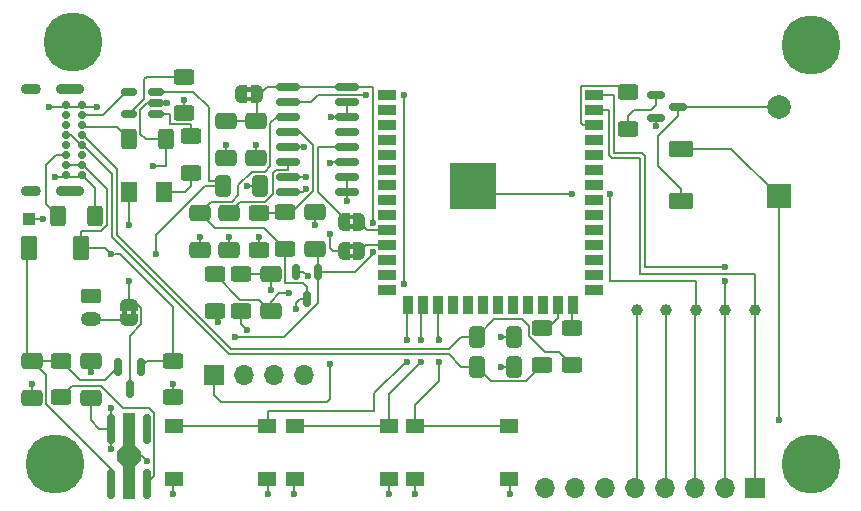
<source format=gtl>
%TF.GenerationSoftware,KiCad,Pcbnew,8.0.5*%
%TF.CreationDate,2024-12-20T12:43:02-05:00*%
%TF.ProjectId,coffee-scale,636f6666-6565-42d7-9363-616c652e6b69,rev?*%
%TF.SameCoordinates,Original*%
%TF.FileFunction,Copper,L1,Top*%
%TF.FilePolarity,Positive*%
%FSLAX46Y46*%
G04 Gerber Fmt 4.6, Leading zero omitted, Abs format (unit mm)*
G04 Created by KiCad (PCBNEW 8.0.5) date 2024-12-20 12:43:02*
%MOMM*%
%LPD*%
G01*
G04 APERTURE LIST*
G04 Aperture macros list*
%AMRoundRect*
0 Rectangle with rounded corners*
0 $1 Rounding radius*
0 $2 $3 $4 $5 $6 $7 $8 $9 X,Y pos of 4 corners*
0 Add a 4 corners polygon primitive as box body*
4,1,4,$2,$3,$4,$5,$6,$7,$8,$9,$2,$3,0*
0 Add four circle primitives for the rounded corners*
1,1,$1+$1,$2,$3*
1,1,$1+$1,$4,$5*
1,1,$1+$1,$6,$7*
1,1,$1+$1,$8,$9*
0 Add four rect primitives between the rounded corners*
20,1,$1+$1,$2,$3,$4,$5,0*
20,1,$1+$1,$4,$5,$6,$7,0*
20,1,$1+$1,$6,$7,$8,$9,0*
20,1,$1+$1,$8,$9,$2,$3,0*%
%AMFreePoly0*
4,1,19,0.500000,-0.750000,0.000000,-0.750000,0.000000,-0.744911,-0.071157,-0.744911,-0.207708,-0.704816,-0.327430,-0.627875,-0.420627,-0.520320,-0.479746,-0.390866,-0.500000,-0.250000,-0.500000,0.250000,-0.479746,0.390866,-0.420627,0.520320,-0.327430,0.627875,-0.207708,0.704816,-0.071157,0.744911,0.000000,0.744911,0.000000,0.750000,0.500000,0.750000,0.500000,-0.750000,0.500000,-0.750000,
$1*%
%AMFreePoly1*
4,1,19,0.000000,0.744911,0.071157,0.744911,0.207708,0.704816,0.327430,0.627875,0.420627,0.520320,0.479746,0.390866,0.500000,0.250000,0.500000,-0.250000,0.479746,-0.390866,0.420627,-0.520320,0.327430,-0.627875,0.207708,-0.704816,0.071157,-0.744911,0.000000,-0.744911,0.000000,-0.750000,-0.500000,-0.750000,-0.500000,0.750000,0.000000,0.750000,0.000000,0.744911,0.000000,0.744911,
$1*%
%AMFreePoly2*
4,1,13,0.900000,0.500000,3.600000,0.500000,3.600000,-0.500000,0.900000,-0.500000,0.400000,-1.000000,-0.400000,-1.000000,-0.900000,-0.500000,-3.600000,-0.500000,-3.600000,0.500000,-0.900000,0.500000,-0.400000,1.000000,0.400000,1.000000,0.900000,0.500000,0.900000,0.500000,$1*%
G04 Aperture macros list end*
%TA.AperFunction,EtchedComponent*%
%ADD10C,0.000000*%
%TD*%
%TA.AperFunction,SMDPad,CuDef*%
%ADD11RoundRect,0.150000X-0.150000X0.512500X-0.150000X-0.512500X0.150000X-0.512500X0.150000X0.512500X0*%
%TD*%
%TA.AperFunction,SMDPad,CuDef*%
%ADD12RoundRect,0.250000X-0.800000X0.450000X-0.800000X-0.450000X0.800000X-0.450000X0.800000X0.450000X0*%
%TD*%
%TA.AperFunction,ComponentPad*%
%ADD13RoundRect,0.250000X-0.625000X0.350000X-0.625000X-0.350000X0.625000X-0.350000X0.625000X0.350000X0*%
%TD*%
%TA.AperFunction,ComponentPad*%
%ADD14O,1.750000X1.200000*%
%TD*%
%TA.AperFunction,SMDPad,CuDef*%
%ADD15RoundRect,0.250000X-0.625000X0.400000X-0.625000X-0.400000X0.625000X-0.400000X0.625000X0.400000X0*%
%TD*%
%TA.AperFunction,SMDPad,CuDef*%
%ADD16C,1.000000*%
%TD*%
%TA.AperFunction,ComponentPad*%
%ADD17R,1.700000X1.700000*%
%TD*%
%TA.AperFunction,ComponentPad*%
%ADD18O,1.700000X1.700000*%
%TD*%
%TA.AperFunction,SMDPad,CuDef*%
%ADD19RoundRect,0.250000X-0.412500X-0.650000X0.412500X-0.650000X0.412500X0.650000X-0.412500X0.650000X0*%
%TD*%
%TA.AperFunction,SMDPad,CuDef*%
%ADD20FreePoly0,180.000000*%
%TD*%
%TA.AperFunction,SMDPad,CuDef*%
%ADD21FreePoly1,180.000000*%
%TD*%
%TA.AperFunction,SMDPad,CuDef*%
%ADD22RoundRect,0.250000X-0.450000X-0.800000X0.450000X-0.800000X0.450000X0.800000X-0.450000X0.800000X0*%
%TD*%
%TA.AperFunction,SMDPad,CuDef*%
%ADD23RoundRect,0.150000X-0.850000X-0.150000X0.850000X-0.150000X0.850000X0.150000X-0.850000X0.150000X0*%
%TD*%
%TA.AperFunction,SMDPad,CuDef*%
%ADD24RoundRect,0.175000X0.175000X-1.075000X0.175000X1.075000X-0.175000X1.075000X-0.175000X-1.075000X0*%
%TD*%
%TA.AperFunction,SMDPad,CuDef*%
%ADD25FreePoly2,90.000000*%
%TD*%
%TA.AperFunction,SMDPad,CuDef*%
%ADD26RoundRect,0.250000X-0.400000X-0.625000X0.400000X-0.625000X0.400000X0.625000X-0.400000X0.625000X0*%
%TD*%
%TA.AperFunction,ComponentPad*%
%ADD27C,2.900000*%
%TD*%
%TA.AperFunction,ConnectorPad*%
%ADD28C,5.000000*%
%TD*%
%TA.AperFunction,SMDPad,CuDef*%
%ADD29RoundRect,0.150000X0.512500X0.150000X-0.512500X0.150000X-0.512500X-0.150000X0.512500X-0.150000X0*%
%TD*%
%TA.AperFunction,SMDPad,CuDef*%
%ADD30RoundRect,0.250000X0.625000X-0.400000X0.625000X0.400000X-0.625000X0.400000X-0.625000X-0.400000X0*%
%TD*%
%TA.AperFunction,SMDPad,CuDef*%
%ADD31RoundRect,0.250000X0.650000X-0.412500X0.650000X0.412500X-0.650000X0.412500X-0.650000X-0.412500X0*%
%TD*%
%TA.AperFunction,SMDPad,CuDef*%
%ADD32RoundRect,0.150000X-0.587500X-0.150000X0.587500X-0.150000X0.587500X0.150000X-0.587500X0.150000X0*%
%TD*%
%TA.AperFunction,ComponentPad*%
%ADD33R,2.000000X2.000000*%
%TD*%
%TA.AperFunction,ComponentPad*%
%ADD34C,2.000000*%
%TD*%
%TA.AperFunction,SMDPad,CuDef*%
%ADD35RoundRect,0.250001X0.462499X0.624999X-0.462499X0.624999X-0.462499X-0.624999X0.462499X-0.624999X0*%
%TD*%
%TA.AperFunction,ComponentPad*%
%ADD36C,0.700000*%
%TD*%
%TA.AperFunction,ComponentPad*%
%ADD37O,2.400000X0.900000*%
%TD*%
%TA.AperFunction,ComponentPad*%
%ADD38O,1.700000X0.900000*%
%TD*%
%TA.AperFunction,SMDPad,CuDef*%
%ADD39R,1.550000X1.300000*%
%TD*%
%TA.AperFunction,SMDPad,CuDef*%
%ADD40RoundRect,0.250000X-0.650000X0.412500X-0.650000X-0.412500X0.650000X-0.412500X0.650000X0.412500X0*%
%TD*%
%TA.AperFunction,SMDPad,CuDef*%
%ADD41R,1.000000X1.000000*%
%TD*%
%TA.AperFunction,SMDPad,CuDef*%
%ADD42RoundRect,0.150000X-0.150000X0.587500X-0.150000X-0.587500X0.150000X-0.587500X0.150000X0.587500X0*%
%TD*%
%TA.AperFunction,SMDPad,CuDef*%
%ADD43RoundRect,0.250000X0.412500X0.650000X-0.412500X0.650000X-0.412500X-0.650000X0.412500X-0.650000X0*%
%TD*%
%TA.AperFunction,SMDPad,CuDef*%
%ADD44R,1.500000X0.900000*%
%TD*%
%TA.AperFunction,SMDPad,CuDef*%
%ADD45R,0.900000X1.500000*%
%TD*%
%TA.AperFunction,HeatsinkPad*%
%ADD46C,0.600000*%
%TD*%
%TA.AperFunction,SMDPad,CuDef*%
%ADD47R,3.900000X3.900000*%
%TD*%
%TA.AperFunction,SMDPad,CuDef*%
%ADD48FreePoly0,90.000000*%
%TD*%
%TA.AperFunction,SMDPad,CuDef*%
%ADD49FreePoly1,90.000000*%
%TD*%
%TA.AperFunction,SMDPad,CuDef*%
%ADD50FreePoly0,0.000000*%
%TD*%
%TA.AperFunction,SMDPad,CuDef*%
%ADD51FreePoly1,0.000000*%
%TD*%
%TA.AperFunction,ViaPad*%
%ADD52C,0.600000*%
%TD*%
%TA.AperFunction,Conductor*%
%ADD53C,0.200000*%
%TD*%
G04 APERTURE END LIST*
D10*
%TA.AperFunction,EtchedComponent*%
%TO.C,JP3*%
G36*
X156850000Y-113800000D02*
G01*
X156350000Y-113800000D01*
X156350000Y-113400000D01*
X156850000Y-113400000D01*
X156850000Y-113800000D01*
G37*
%TD.AperFunction*%
%TA.AperFunction,EtchedComponent*%
G36*
X156850000Y-114600000D02*
G01*
X156350000Y-114600000D01*
X156350000Y-114200000D01*
X156850000Y-114200000D01*
X156850000Y-114600000D01*
G37*
%TD.AperFunction*%
%TA.AperFunction,EtchedComponent*%
%TO.C,JP1*%
G36*
X148150000Y-100487500D02*
G01*
X147650000Y-100487500D01*
X147650000Y-100087500D01*
X148150000Y-100087500D01*
X148150000Y-100487500D01*
G37*
%TD.AperFunction*%
%TA.AperFunction,EtchedComponent*%
G36*
X148150000Y-101287500D02*
G01*
X147650000Y-101287500D01*
X147650000Y-100887500D01*
X148150000Y-100887500D01*
X148150000Y-101287500D01*
G37*
%TD.AperFunction*%
%TA.AperFunction,EtchedComponent*%
%TO.C,JP4*%
G36*
X137550000Y-119400000D02*
G01*
X137150000Y-119400000D01*
X137150000Y-118900000D01*
X137550000Y-118900000D01*
X137550000Y-119400000D01*
G37*
%TD.AperFunction*%
%TA.AperFunction,EtchedComponent*%
G36*
X138350000Y-119400000D02*
G01*
X137950000Y-119400000D01*
X137950000Y-118900000D01*
X138350000Y-118900000D01*
X138350000Y-119400000D01*
G37*
%TD.AperFunction*%
%TA.AperFunction,EtchedComponent*%
%TO.C,JP2*%
G36*
X156850000Y-111300000D02*
G01*
X156350000Y-111300000D01*
X156350000Y-110900000D01*
X156850000Y-110900000D01*
X156850000Y-111300000D01*
G37*
%TD.AperFunction*%
%TA.AperFunction,EtchedComponent*%
G36*
X156850000Y-112100000D02*
G01*
X156350000Y-112100000D01*
X156350000Y-111700000D01*
X156850000Y-111700000D01*
X156850000Y-112100000D01*
G37*
%TD.AperFunction*%
%TD*%
D11*
%TO.P,Q2,1,E*%
%TO.N,3.3V*%
X153750000Y-115750000D03*
%TO.P,Q2,2,B*%
%TO.N,Net-(Q2-B)*%
X151850000Y-115750000D03*
%TO.P,Q2,3,C*%
%TO.N,/E+*%
X152800000Y-118025000D03*
%TD*%
D12*
%TO.P,D4,1,K*%
%TO.N,3.3V*%
X184500000Y-105300000D03*
%TO.P,D4,2,A*%
%TO.N,Net-(D4-A)*%
X184500000Y-109700000D03*
%TD*%
D13*
%TO.P,J3,1,Pin_1*%
%TO.N,GND*%
X134500000Y-117750000D03*
D14*
%TO.P,J3,2,Pin_2*%
%TO.N,Net-(J3-Pin_2)*%
X134500000Y-119750000D03*
%TD*%
D15*
%TO.P,R4,1*%
%TO.N,Net-(U3-PROG)*%
X142380000Y-99200000D03*
%TO.P,R4,2*%
%TO.N,GND*%
X142380000Y-102300000D03*
%TD*%
D16*
%TO.P,TP5,1,1*%
%TO.N,/DATA*%
X180750000Y-119000000D03*
%TD*%
D17*
%TO.P,J1,1,Pin_1*%
%TO.N,/CS*%
X190790000Y-134000000D03*
D18*
%TO.P,J1,2,Pin_2*%
%TO.N,/RST*%
X188250000Y-134000000D03*
%TO.P,J1,3,Pin_3*%
%TO.N,/D{slash}C*%
X185710000Y-134000000D03*
%TO.P,J1,4,Pin_4*%
%TO.N,/CLK*%
X183170000Y-134000000D03*
%TO.P,J1,5,Pin_5*%
%TO.N,/DATA*%
X180630000Y-134000000D03*
%TO.P,J1,6,Pin_6*%
%TO.N,3.3V*%
X178090000Y-134000000D03*
%TO.P,J1,7,Pin_7*%
%TO.N,unconnected-(J1-Pin_7-Pad7)*%
X175550000Y-134000000D03*
%TO.P,J1,8,Pin_8*%
%TO.N,GND*%
X173010000Y-134000000D03*
%TD*%
D19*
%TO.P,C11,1*%
%TO.N,/D+*%
X167187500Y-121250000D03*
%TO.P,C11,2*%
%TO.N,GND*%
X170312500Y-121250000D03*
%TD*%
D15*
%TO.P,R1,1*%
%TO.N,Net-(D1-K)*%
X132000000Y-123250000D03*
%TO.P,R1,2*%
%TO.N,Net-(U4-EN)*%
X132000000Y-126350000D03*
%TD*%
D20*
%TO.P,JP3,1,A*%
%TO.N,Net-(JP3-A)*%
X157250000Y-114000000D03*
D21*
%TO.P,JP3,2,B*%
%TO.N,Net-(JP3-B)*%
X155950000Y-114000000D03*
%TD*%
D15*
%TO.P,R7,1*%
%TO.N,Net-(U2-VFB)*%
X151000000Y-110700000D03*
%TO.P,R7,2*%
%TO.N,/E+*%
X151000000Y-113800000D03*
%TD*%
%TO.P,R2,1*%
%TO.N,VBUS*%
X141500000Y-123250000D03*
%TO.P,R2,2*%
%TO.N,GND*%
X141500000Y-126350000D03*
%TD*%
D20*
%TO.P,JP1,1,A*%
%TO.N,3.3V*%
X148550000Y-100687500D03*
D21*
%TO.P,JP1,2,B*%
%TO.N,Net-(JP1-B)*%
X147250000Y-100687500D03*
%TD*%
D22*
%TO.P,D1,1,K*%
%TO.N,Net-(D1-K)*%
X129300000Y-113750000D03*
%TO.P,D1,2,A*%
%TO.N,VBUS*%
X133700000Y-113750000D03*
%TD*%
D23*
%TO.P,U2,1,VSUP*%
%TO.N,3.3V*%
X151250000Y-100055000D03*
%TO.P,U2,2,BASE*%
%TO.N,Net-(Q2-B)*%
X151250000Y-101325000D03*
%TO.P,U2,3,AVDD*%
%TO.N,/E+*%
X151250000Y-102595000D03*
%TO.P,U2,4,VFB*%
%TO.N,Net-(U2-VFB)*%
X151250000Y-103865000D03*
%TO.P,U2,5,AGND*%
%TO.N,GND*%
X151250000Y-105135000D03*
%TO.P,U2,6,VBG*%
%TO.N,Net-(U2-VBG)*%
X151250000Y-106405000D03*
%TO.P,U2,7,INA-*%
%TO.N,Net-(U2-INA-)*%
X151250000Y-107675000D03*
%TO.P,U2,8,INA+*%
%TO.N,Net-(U2-INA+)*%
X151250000Y-108945000D03*
%TO.P,U2,9,INB-*%
%TO.N,GND*%
X156250000Y-108945000D03*
%TO.P,U2,10,INB+*%
X156250000Y-107675000D03*
%TO.P,U2,11,PD_SCK*%
%TO.N,Net-(JP3-B)*%
X156250000Y-106405000D03*
%TO.P,U2,12,DOUT*%
%TO.N,Net-(JP2-A)*%
X156250000Y-105135000D03*
%TO.P,U2,13,XO*%
%TO.N,unconnected-(U2-XO-Pad13)*%
X156250000Y-103865000D03*
%TO.P,U2,14,XI*%
%TO.N,GND*%
X156250000Y-102595000D03*
%TO.P,U2,15,RATE*%
X156250000Y-101325000D03*
%TO.P,U2,16,DVDD*%
%TO.N,3.3V*%
X156250000Y-100055000D03*
%TD*%
D24*
%TO.P,U4,1,IN*%
%TO.N,Net-(D1-K)*%
X136250000Y-133700000D03*
D25*
%TO.P,U4,2,GND*%
%TO.N,GND*%
X137750000Y-131350000D03*
D24*
%TO.P,U4,3,EN*%
%TO.N,Net-(U4-EN)*%
X139250000Y-133700000D03*
%TO.P,U4,4*%
%TO.N,N/C*%
X139250000Y-129000000D03*
%TO.P,U4,5,OUT*%
%TO.N,3.3V*%
X136250000Y-129000000D03*
%TD*%
D26*
%TO.P,R9,1*%
%TO.N,Net-(J4-CC2)*%
X131750000Y-111000000D03*
%TO.P,R9,2*%
%TO.N,GND*%
X134850000Y-111000000D03*
%TD*%
D27*
%TO.P,H3,1*%
%TO.N,N/C*%
X195500000Y-96500000D03*
D28*
X195500000Y-96500000D03*
%TD*%
D16*
%TO.P,TP3,1,1*%
%TO.N,/D{slash}C*%
X185750000Y-119000000D03*
%TD*%
D29*
%TO.P,U3,1,STAT*%
%TO.N,Net-(U3-STAT)*%
X140025000Y-102400000D03*
%TO.P,U3,2,V_{SS}*%
%TO.N,GND*%
X140025000Y-101450000D03*
%TO.P,U3,3,V_{BAT}*%
%TO.N,VBAT*%
X140025000Y-100500000D03*
%TO.P,U3,4,V_{DD}*%
%TO.N,VBUS*%
X137750000Y-100500000D03*
%TO.P,U3,5,PROG*%
%TO.N,Net-(U3-PROG)*%
X137750000Y-102400000D03*
%TD*%
D30*
%TO.P,R6,1*%
%TO.N,/S+*%
X145000000Y-119050000D03*
%TO.P,R6,2*%
%TO.N,Net-(U2-INA+)*%
X145000000Y-115950000D03*
%TD*%
%TO.P,R8,1*%
%TO.N,GND*%
X148750000Y-113875000D03*
%TO.P,R8,2*%
%TO.N,Net-(U2-VFB)*%
X148750000Y-110775000D03*
%TD*%
D31*
%TO.P,C2,1*%
%TO.N,3.3V*%
X134500000Y-126375000D03*
%TO.P,C2,2*%
%TO.N,GND*%
X134500000Y-123250000D03*
%TD*%
D32*
%TO.P,Q3,1,G*%
%TO.N,Net-(Q3-G)*%
X182375000Y-100800000D03*
%TO.P,Q3,2,S*%
%TO.N,GND*%
X182375000Y-102700000D03*
%TO.P,Q3,3,D*%
%TO.N,Net-(D4-A)*%
X184250000Y-101750000D03*
%TD*%
D33*
%TO.P,LS1,1,1*%
%TO.N,3.3V*%
X192750000Y-109350000D03*
D34*
%TO.P,LS1,2,2*%
%TO.N,Net-(D4-A)*%
X192750000Y-101750000D03*
%TD*%
D35*
%TO.P,D2,1,K*%
%TO.N,Net-(D2-K)*%
X140725000Y-109000000D03*
%TO.P,D2,2,A*%
%TO.N,VBUS*%
X137750000Y-109000000D03*
%TD*%
D17*
%TO.P,J2,1,Pin_1*%
%TO.N,/E+*%
X144920000Y-124500000D03*
D18*
%TO.P,J2,2,Pin_2*%
%TO.N,GND*%
X147460000Y-124500000D03*
%TO.P,J2,3,Pin_3*%
%TO.N,/S-*%
X150000000Y-124500000D03*
%TO.P,J2,4,Pin_4*%
%TO.N,/S+*%
X152540000Y-124500000D03*
%TD*%
D31*
%TO.P,C9,1*%
%TO.N,GND*%
X146250000Y-113875000D03*
%TO.P,C9,2*%
%TO.N,Net-(U2-VBG)*%
X146250000Y-110750000D03*
%TD*%
D36*
%TO.P,J4,A1,GND*%
%TO.N,GND*%
X133775000Y-101600000D03*
%TO.P,J4,A4,VBUS*%
%TO.N,VBUS*%
X133775000Y-102450000D03*
%TO.P,J4,A5,CC1*%
%TO.N,Net-(J4-CC1)*%
X133775000Y-103300000D03*
%TO.P,J4,A6,D+*%
%TO.N,/D+*%
X133775000Y-104150000D03*
%TO.P,J4,A7,D-*%
%TO.N,/D-*%
X133775000Y-105000000D03*
%TO.P,J4,A8*%
%TO.N,N/C*%
X133775000Y-105850000D03*
%TO.P,J4,A9,VBUS*%
%TO.N,VBUS*%
X133775000Y-106700000D03*
%TO.P,J4,A12,GND*%
%TO.N,GND*%
X133775000Y-107550000D03*
%TO.P,J4,B1,GND*%
X132425000Y-107550000D03*
%TO.P,J4,B4,VBUS*%
%TO.N,VBUS*%
X132425000Y-106700000D03*
%TO.P,J4,B5,CC2*%
%TO.N,Net-(J4-CC2)*%
X132425000Y-105850000D03*
%TO.P,J4,B6,D+*%
%TO.N,/D+*%
X132425000Y-105000000D03*
%TO.P,J4,B7,D-*%
%TO.N,/D-*%
X132425000Y-104150000D03*
%TO.P,J4,B8*%
%TO.N,N/C*%
X132425000Y-103300000D03*
%TO.P,J4,B9,VBUS*%
%TO.N,VBUS*%
X132425000Y-102450000D03*
%TO.P,J4,B12,GND*%
%TO.N,GND*%
X132425000Y-101600000D03*
D37*
%TO.P,J4,S1,SHIELD*%
X132795000Y-100250000D03*
D38*
X129415000Y-100250000D03*
D37*
X132795000Y-108900000D03*
D38*
X129415000Y-108900000D03*
%TD*%
D39*
%TO.P,SW3,1,1*%
%TO.N,/BUT3*%
X162000000Y-128750000D03*
X169950000Y-128750000D03*
%TO.P,SW3,2,2*%
%TO.N,GND*%
X162000000Y-133250000D03*
X169950000Y-133250000D03*
%TD*%
D40*
%TO.P,C6,1*%
%TO.N,3.3V*%
X146000000Y-102937500D03*
%TO.P,C6,2*%
%TO.N,GND*%
X146000000Y-106062500D03*
%TD*%
D39*
%TO.P,SW1,1,1*%
%TO.N,/BUT1*%
X141525000Y-128750000D03*
X149475000Y-128750000D03*
%TO.P,SW1,2,2*%
%TO.N,GND*%
X141525000Y-133250000D03*
X149475000Y-133250000D03*
%TD*%
%TO.P,SW2,1,1*%
%TO.N,/BUT2*%
X151775000Y-128750000D03*
X159725000Y-128750000D03*
%TO.P,SW2,2,2*%
%TO.N,GND*%
X151775000Y-133250000D03*
X159725000Y-133250000D03*
%TD*%
D16*
%TO.P,TP1,1,1*%
%TO.N,/CS*%
X190750000Y-119000000D03*
%TD*%
D30*
%TO.P,R11,1*%
%TO.N,Net-(Q3-G)*%
X180000000Y-103600000D03*
%TO.P,R11,2*%
%TO.N,/BEEP*%
X180000000Y-100500000D03*
%TD*%
D26*
%TO.P,R10,1*%
%TO.N,Net-(J4-CC1)*%
X137750000Y-104500000D03*
%TO.P,R10,2*%
%TO.N,GND*%
X140850000Y-104500000D03*
%TD*%
D41*
%TO.P,TP6,1,1*%
%TO.N,GND*%
X129250000Y-111250000D03*
%TD*%
D31*
%TO.P,C4,1*%
%TO.N,3.3V*%
X153500000Y-113812500D03*
%TO.P,C4,2*%
%TO.N,GND*%
X153500000Y-110687500D03*
%TD*%
D30*
%TO.P,R3,1*%
%TO.N,Net-(D2-K)*%
X143000000Y-107350000D03*
%TO.P,R3,2*%
%TO.N,Net-(U3-STAT)*%
X143000000Y-104250000D03*
%TD*%
%TO.P,R5,1*%
%TO.N,/S-*%
X147250000Y-119050000D03*
%TO.P,R5,2*%
%TO.N,Net-(U2-INA-)*%
X147250000Y-115950000D03*
%TD*%
D42*
%TO.P,Q1,1,G*%
%TO.N,VBUS*%
X138750000Y-123750000D03*
%TO.P,Q1,2,S*%
%TO.N,Net-(D1-K)*%
X136850000Y-123750000D03*
%TO.P,Q1,3,D*%
%TO.N,VBAT*%
X137800000Y-125625000D03*
%TD*%
D43*
%TO.P,C10,1*%
%TO.N,GND*%
X170312500Y-123750000D03*
%TO.P,C10,2*%
%TO.N,/D-*%
X167187500Y-123750000D03*
%TD*%
D44*
%TO.P,U1,1,LNA_IN*%
%TO.N,unconnected-(U1-LNA_IN-Pad1)*%
X159635000Y-100740000D03*
%TO.P,U1,2,VDD3P3*%
%TO.N,unconnected-(U1-VDD3P3-Pad2)*%
X159635000Y-102010000D03*
%TO.P,U1,3,VDD3P3*%
%TO.N,unconnected-(U1-VDD3P3-Pad2)_1*%
X159635000Y-103280000D03*
%TO.P,U1,4,CHIP_PU*%
%TO.N,unconnected-(U1-CHIP_PU-Pad4)*%
X159635000Y-104550000D03*
%TO.P,U1,5,GPIO0*%
%TO.N,unconnected-(U1-GPIO0-Pad5)*%
X159635000Y-105820000D03*
%TO.P,U1,6,GPIO1*%
%TO.N,unconnected-(U1-GPIO1-Pad6)*%
X159635000Y-107090000D03*
%TO.P,U1,7,GPIO2*%
%TO.N,unconnected-(U1-GPIO2-Pad7)*%
X159635000Y-108360000D03*
%TO.P,U1,8,GPIO3*%
%TO.N,unconnected-(U1-GPIO3-Pad8)*%
X159635000Y-109630000D03*
%TO.P,U1,9,GPIO4*%
%TO.N,unconnected-(U1-GPIO4-Pad9)*%
X159635000Y-110900000D03*
%TO.P,U1,10,GPIO5*%
%TO.N,Net-(JP2-B)*%
X159635000Y-112170000D03*
%TO.P,U1,11,GPIO6*%
%TO.N,Net-(JP3-A)*%
X159635000Y-113440000D03*
%TO.P,U1,12,GPIO7*%
%TO.N,unconnected-(U1-GPIO7-Pad12)*%
X159635000Y-114710000D03*
%TO.P,U1,13,GPIO8*%
%TO.N,unconnected-(U1-GPIO8-Pad13)*%
X159635000Y-115980000D03*
%TO.P,U1,14,GPIO9*%
%TO.N,unconnected-(U1-GPIO9-Pad14)*%
X159635000Y-117250000D03*
D45*
%TO.P,U1,15,GPIO10*%
%TO.N,/BUT1*%
X161400000Y-118500000D03*
%TO.P,U1,16,GPIO11*%
%TO.N,/BUT2*%
X162670000Y-118500000D03*
%TO.P,U1,17,GPIO12*%
%TO.N,/BUT3*%
X163940000Y-118500000D03*
%TO.P,U1,18,GPIO13*%
%TO.N,unconnected-(U1-GPIO13-Pad18)*%
X165210000Y-118500000D03*
%TO.P,U1,19,GPIO14*%
%TO.N,unconnected-(U1-GPIO14-Pad19)*%
X166480000Y-118500000D03*
%TO.P,U1,20,VDD3P3_RTC*%
%TO.N,unconnected-(U1-VDD3P3_RTC-Pad20)*%
X167750000Y-118500000D03*
%TO.P,U1,21,XTAL_32K_P*%
%TO.N,unconnected-(U1-XTAL_32K_P-Pad21)*%
X169020000Y-118500000D03*
%TO.P,U1,22,XTAL_32K_N*%
%TO.N,unconnected-(U1-XTAL_32K_N-Pad22)*%
X170290000Y-118500000D03*
%TO.P,U1,23,GPIO17*%
%TO.N,unconnected-(U1-GPIO17-Pad23)*%
X171560000Y-118500000D03*
%TO.P,U1,24,GPIO18*%
%TO.N,unconnected-(U1-GPIO18-Pad24)*%
X172830000Y-118500000D03*
%TO.P,U1,25,GPIO19/USB_D-*%
%TO.N,Net-(U1-GPIO19{slash}USB_D-)*%
X174100000Y-118500000D03*
%TO.P,U1,26,GPIO20/USB_D+*%
%TO.N,Net-(U1-GPIO20{slash}USB_D+)*%
X175370000Y-118500000D03*
D44*
%TO.P,U1,27,GPIO21*%
%TO.N,unconnected-(U1-GPIO21-Pad27)*%
X177135000Y-117250000D03*
%TO.P,U1,28,SPICS1*%
%TO.N,unconnected-(U1-SPICS1-Pad28)*%
X177135000Y-115980000D03*
%TO.P,U1,29,VDD_SPI*%
%TO.N,unconnected-(U1-VDD_SPI-Pad29)*%
X177135000Y-114710000D03*
%TO.P,U1,30,SPIHD*%
%TO.N,unconnected-(U1-SPIHD-Pad30)*%
X177135000Y-113440000D03*
%TO.P,U1,31,SPIWP*%
%TO.N,unconnected-(U1-SPIWP-Pad31)*%
X177135000Y-112170000D03*
%TO.P,U1,32,SPICS0*%
%TO.N,unconnected-(U1-SPICS0-Pad32)*%
X177135000Y-110900000D03*
%TO.P,U1,33,SPICLK*%
%TO.N,unconnected-(U1-SPICLK-Pad33)*%
X177135000Y-109630000D03*
%TO.P,U1,34,SPIQ*%
%TO.N,unconnected-(U1-SPIQ-Pad34)*%
X177135000Y-108360000D03*
%TO.P,U1,35,SPID*%
%TO.N,unconnected-(U1-SPID-Pad35)*%
X177135000Y-107090000D03*
%TO.P,U1,36,SPICLK_N*%
%TO.N,unconnected-(U1-SPICLK_N-Pad36)*%
X177135000Y-105820000D03*
%TO.P,U1,37,SPICLK_P*%
%TO.N,unconnected-(U1-SPICLK_P-Pad37)*%
X177135000Y-104550000D03*
%TO.P,U1,38,GPIO33*%
%TO.N,/BEEP*%
X177135000Y-103280000D03*
%TO.P,U1,39,GPIO34*%
%TO.N,/CS*%
X177135000Y-102010000D03*
%TO.P,U1,40,GPIO35*%
%TO.N,/RST*%
X177135000Y-100740000D03*
D46*
%TO.P,U1,41,GPIO36*%
%TO.N,/D{slash}C*%
X165485000Y-107760000D03*
X165485000Y-109160000D03*
X166185000Y-107060000D03*
X166185000Y-108460000D03*
X166185000Y-109860000D03*
X166885000Y-107760000D03*
D47*
X166885000Y-108460000D03*
D46*
X166885000Y-109160000D03*
X167585000Y-107060000D03*
X167585000Y-108460000D03*
X167585000Y-109860000D03*
X168285000Y-107760000D03*
X168285000Y-109160000D03*
%TD*%
D48*
%TO.P,JP4,1,A*%
%TO.N,Net-(J3-Pin_2)*%
X137750000Y-119800000D03*
D49*
%TO.P,JP4,2,B*%
%TO.N,VBAT*%
X137750000Y-118500000D03*
%TD*%
D15*
%TO.P,R12,1*%
%TO.N,Net-(U1-GPIO19{slash}USB_D-)*%
X172750000Y-120500000D03*
%TO.P,R12,2*%
%TO.N,/D-*%
X172750000Y-123600000D03*
%TD*%
D50*
%TO.P,JP2,1,A*%
%TO.N,Net-(JP2-A)*%
X155950000Y-111500000D03*
D51*
%TO.P,JP2,2,B*%
%TO.N,Net-(JP2-B)*%
X157250000Y-111500000D03*
%TD*%
D30*
%TO.P,R13,1*%
%TO.N,/D+*%
X175250000Y-123600000D03*
%TO.P,R13,2*%
%TO.N,Net-(U1-GPIO20{slash}USB_D+)*%
X175250000Y-120500000D03*
%TD*%
D40*
%TO.P,C1,1*%
%TO.N,Net-(D1-K)*%
X129500000Y-123250000D03*
%TO.P,C1,2*%
%TO.N,GND*%
X129500000Y-126375000D03*
%TD*%
D27*
%TO.P,H4,1*%
%TO.N,N/C*%
X195500000Y-132000000D03*
D28*
X195500000Y-132000000D03*
%TD*%
D40*
%TO.P,C7,1*%
%TO.N,Net-(U2-INA-)*%
X149750000Y-115937500D03*
%TO.P,C7,2*%
%TO.N,Net-(U2-INA+)*%
X149750000Y-119062500D03*
%TD*%
D27*
%TO.P,H2,1*%
%TO.N,N/C*%
X131500000Y-132000000D03*
D28*
X131500000Y-132000000D03*
%TD*%
D40*
%TO.P,C8,1*%
%TO.N,/E+*%
X143750000Y-110750000D03*
%TO.P,C8,2*%
%TO.N,GND*%
X143750000Y-113875000D03*
%TD*%
%TO.P,C5,1*%
%TO.N,3.3V*%
X148500000Y-102937500D03*
%TO.P,C5,2*%
%TO.N,GND*%
X148500000Y-106062500D03*
%TD*%
D16*
%TO.P,TP2,1,1*%
%TO.N,/RST*%
X188250000Y-119000000D03*
%TD*%
%TO.P,TP4,1,1*%
%TO.N,/CLK*%
X183250000Y-119000000D03*
%TD*%
D27*
%TO.P,H1,1*%
%TO.N,N/C*%
X133000000Y-96250000D03*
D28*
X133000000Y-96250000D03*
%TD*%
D19*
%TO.P,C3,1*%
%TO.N,VBAT*%
X145687500Y-108437500D03*
%TO.P,C3,2*%
%TO.N,GND*%
X148812500Y-108437500D03*
%TD*%
D52*
%TO.N,GND*%
X139250000Y-131750000D03*
X148500000Y-105000000D03*
X149500000Y-134500000D03*
X162000000Y-134500000D03*
X142380000Y-101220000D03*
X148750000Y-112750000D03*
X146250000Y-112750000D03*
X139750000Y-106750000D03*
X182375000Y-103375000D03*
X170000000Y-134500000D03*
X143750000Y-112750000D03*
X135000000Y-101750000D03*
X130500000Y-111250000D03*
X141000000Y-101450000D03*
X156250000Y-109750000D03*
X154845000Y-102595000D03*
X169250000Y-121250000D03*
X159750000Y-134500000D03*
X152575000Y-105175000D03*
X141500000Y-134500000D03*
X146000000Y-105000000D03*
X131475000Y-107725000D03*
X129500000Y-125250000D03*
X151750000Y-134500000D03*
X131000000Y-101750000D03*
X134500000Y-124250000D03*
X147750000Y-108500000D03*
X153500000Y-111750000D03*
X169250000Y-123750000D03*
X141500000Y-125250000D03*
%TO.N,3.3V*%
X136250000Y-127250000D03*
X146750000Y-121250000D03*
X158384998Y-111580000D03*
X136250000Y-130750000D03*
X158404237Y-114050000D03*
X192750000Y-128250000D03*
%TO.N,VBAT*%
X140000000Y-114250000D03*
X137750000Y-116500000D03*
%TO.N,Net-(U2-INA-)*%
X152750000Y-107675000D03*
X149750000Y-117250000D03*
%TO.N,Net-(U2-INA+)*%
X152700735Y-108700735D03*
X151334358Y-117556239D03*
%TO.N,/E+*%
X151875000Y-118875000D03*
X154750000Y-123500000D03*
%TO.N,VBUS*%
X136250000Y-114250000D03*
X137750000Y-111750000D03*
%TO.N,/RST*%
X188250000Y-115300000D03*
X188250000Y-116500000D03*
%TO.N,/D{slash}C*%
X175284998Y-109160000D03*
X178500000Y-109160000D03*
%TO.N,/S+*%
X145250000Y-120000000D03*
%TO.N,/S-*%
X147750000Y-120650000D03*
%TO.N,Net-(JP3-B)*%
X154750000Y-106500000D03*
X154750000Y-112500000D03*
%TO.N,Net-(Q2-B)*%
X161000000Y-100758981D03*
X157784998Y-100758981D03*
X161000000Y-116750000D03*
X152875000Y-116125000D03*
%TO.N,/BUT1*%
X161250000Y-121500000D03*
X161250000Y-123325000D03*
%TO.N,/BUT2*%
X162500000Y-123325000D03*
X162500000Y-121500000D03*
%TO.N,/BUT3*%
X164000000Y-121500000D03*
X164000000Y-123325000D03*
%TD*%
D53*
%TO.N,Net-(D1-K)*%
X135750000Y-124850000D02*
X136850000Y-123750000D01*
X130750000Y-124500000D02*
X129500000Y-123250000D01*
X129100000Y-113750000D02*
X129100000Y-122850000D01*
X133600000Y-124850000D02*
X135750000Y-124850000D01*
X129100000Y-122850000D02*
X129500000Y-123250000D01*
X136250000Y-132409744D02*
X130750000Y-126909744D01*
X130750000Y-126909744D02*
X130750000Y-124500000D01*
X136250000Y-133700000D02*
X136250000Y-132409744D01*
X132000000Y-123250000D02*
X129500000Y-123250000D01*
X132000000Y-123250000D02*
X133600000Y-124850000D01*
%TO.N,GND*%
X146250000Y-113875000D02*
X146250000Y-112750000D01*
X134975000Y-101775000D02*
X135000000Y-101750000D01*
X156250000Y-101325000D02*
X156675000Y-101325000D01*
X182375000Y-103375000D02*
X182375000Y-102700000D01*
X146000000Y-106062500D02*
X146000000Y-105000000D01*
X133775000Y-101775000D02*
X132425000Y-101775000D01*
X132425000Y-101775000D02*
X131025000Y-101775000D01*
X134850000Y-111000000D02*
X134850000Y-108625000D01*
X152535000Y-105135000D02*
X151250000Y-105135000D01*
X138712500Y-104051526D02*
X138712500Y-102003186D01*
X134850000Y-108625000D02*
X133775000Y-107550000D01*
X139265686Y-101450000D02*
X140025000Y-101450000D01*
X170312500Y-121250000D02*
X169250000Y-121250000D01*
X139250000Y-131750000D02*
X138850000Y-131350000D01*
X147812500Y-108437500D02*
X147750000Y-108500000D01*
X170312500Y-123750000D02*
X169250000Y-123750000D01*
X143750000Y-113875000D02*
X143750000Y-112750000D01*
X140850000Y-106750000D02*
X139750000Y-106750000D01*
X138712500Y-102003186D02*
X139265686Y-101450000D01*
X149500000Y-133250000D02*
X149500000Y-134500000D01*
X142380000Y-101220000D02*
X142380000Y-102300000D01*
X138850000Y-131350000D02*
X137750000Y-131350000D01*
X129250000Y-111250000D02*
X130500000Y-111250000D01*
X156250000Y-108945000D02*
X156250000Y-109750000D01*
X152575000Y-105175000D02*
X152535000Y-105135000D01*
X153500000Y-110687500D02*
X153500000Y-111750000D01*
X133775000Y-101775000D02*
X134975000Y-101775000D01*
X156250000Y-101325000D02*
X156250000Y-102595000D01*
X131475000Y-107725000D02*
X133775000Y-107725000D01*
X141500000Y-126550000D02*
X141500000Y-125250000D01*
X148812500Y-108437500D02*
X147812500Y-108437500D01*
X138000000Y-128000000D02*
X137500000Y-128000000D01*
X162000000Y-133250000D02*
X162000000Y-134500000D01*
X151750000Y-133250000D02*
X151750000Y-134500000D01*
X140850000Y-104500000D02*
X140850000Y-106750000D01*
X139160974Y-104500000D02*
X138712500Y-104051526D01*
X154845000Y-102595000D02*
X156250000Y-102595000D01*
X148500000Y-106062500D02*
X148500000Y-105000000D01*
X131025000Y-101775000D02*
X131000000Y-101750000D01*
X129500000Y-126375000D02*
X129500000Y-125250000D01*
X141500000Y-133250000D02*
X141500000Y-134500000D01*
X140850000Y-104500000D02*
X139160974Y-104500000D01*
X141000000Y-101450000D02*
X140025000Y-101450000D01*
X170000000Y-133250000D02*
X170000000Y-134500000D01*
X134500000Y-123250000D02*
X134500000Y-124250000D01*
X148750000Y-113875000D02*
X148750000Y-112750000D01*
X156250000Y-107675000D02*
X156250000Y-108945000D01*
X159750000Y-133250000D02*
X159750000Y-134500000D01*
%TO.N,3.3V*%
X136250000Y-129000000D02*
X136250000Y-127250000D01*
X148450000Y-100055000D02*
X148450000Y-100587500D01*
X146000000Y-102937500D02*
X148500000Y-102937500D01*
X192750000Y-109350000D02*
X192750000Y-128250000D01*
X148550000Y-102887500D02*
X148500000Y-102937500D01*
X156893877Y-115750000D02*
X153750000Y-115750000D01*
X135250000Y-129000000D02*
X134500000Y-128250000D01*
X148500000Y-102937500D02*
X148827500Y-103265000D01*
X158404237Y-114239640D02*
X156893877Y-115750000D01*
X178000000Y-133910000D02*
X178090000Y-134000000D01*
X134500000Y-128250000D02*
X134500000Y-126375000D01*
X158450000Y-114095763D02*
X158404237Y-114050000D01*
X188700000Y-105300000D02*
X192750000Y-109350000D01*
X136250000Y-129000000D02*
X135250000Y-129000000D01*
X148550000Y-100687500D02*
X148812500Y-100687500D01*
X148812500Y-100687500D02*
X149445000Y-100055000D01*
X184500000Y-105300000D02*
X188700000Y-105300000D01*
X148821449Y-103258949D02*
X148500000Y-102937500D01*
X158384998Y-111580000D02*
X158384998Y-100055000D01*
X146750000Y-121250000D02*
X150878052Y-121250000D01*
X153750000Y-114062500D02*
X153500000Y-113812500D01*
X149445000Y-100055000D02*
X151250000Y-100055000D01*
X156250000Y-100055000D02*
X151250000Y-100055000D01*
X153750000Y-115750000D02*
X153750000Y-114062500D01*
X178090000Y-134000000D02*
X177500000Y-134000000D01*
X148450000Y-100587500D02*
X148550000Y-100687500D01*
X136250000Y-129000000D02*
X136250000Y-130750000D01*
X158404237Y-114050000D02*
X158404237Y-114239640D01*
X158384998Y-100055000D02*
X156250000Y-100055000D01*
X150878052Y-121250000D02*
X153750000Y-118378052D01*
X153750000Y-118378052D02*
X153750000Y-115750000D01*
X148550000Y-100687500D02*
X148550000Y-102887500D01*
%TO.N,VBAT*%
X140000000Y-112652756D02*
X144215256Y-108437500D01*
X138805000Y-118800000D02*
X138505000Y-118500000D01*
X143194872Y-100500000D02*
X144500000Y-101805128D01*
X137800000Y-121143877D02*
X138805000Y-120138877D01*
X138805000Y-120138877D02*
X138805000Y-118800000D01*
X144215256Y-108437500D02*
X145687500Y-108437500D01*
X144500000Y-101805128D02*
X144500000Y-108000000D01*
X145312500Y-108437500D02*
X145687500Y-108437500D01*
X137800000Y-125625000D02*
X137800000Y-121143877D01*
X145250000Y-108000000D02*
X145687500Y-108437500D01*
X140000000Y-114250000D02*
X140000000Y-112652756D01*
X140025000Y-100500000D02*
X143194872Y-100500000D01*
X137750000Y-118500000D02*
X137750000Y-116500000D01*
X138505000Y-118500000D02*
X137750000Y-118500000D01*
X144500000Y-108000000D02*
X145250000Y-108000000D01*
%TO.N,Net-(U2-INA-)*%
X149750000Y-117250000D02*
X149750000Y-115937500D01*
X149737500Y-115950000D02*
X149750000Y-115937500D01*
X147250000Y-115950000D02*
X149737500Y-115950000D01*
X152750000Y-107675000D02*
X151250000Y-107675000D01*
%TO.N,Net-(U2-INA+)*%
X151250000Y-108945000D02*
X152456470Y-108945000D01*
X151334358Y-117556239D02*
X150443761Y-117556239D01*
X147150000Y-118100000D02*
X148787500Y-118100000D01*
X151500000Y-109195000D02*
X151250000Y-108945000D01*
X150443761Y-117556239D02*
X149750000Y-118250000D01*
X152456470Y-108945000D02*
X152700735Y-108700735D01*
X149750000Y-118250000D02*
X149750000Y-119062500D01*
X145000000Y-115950000D02*
X147150000Y-118100000D01*
X148787500Y-118100000D02*
X149750000Y-119062500D01*
%TO.N,/E+*%
X148163971Y-107237500D02*
X147000000Y-108401471D01*
X149700000Y-106800000D02*
X149262500Y-107237500D01*
X150250001Y-102595000D02*
X149700000Y-103145001D01*
X152800000Y-118025000D02*
X152800000Y-117050000D01*
X154750000Y-123500000D02*
X154750000Y-126500000D01*
X147000000Y-109250000D02*
X146462500Y-109787500D01*
X151875000Y-118875000D02*
X151875000Y-118375000D01*
X151000000Y-113800000D02*
X149200000Y-112000000D01*
X146462500Y-109787500D02*
X144712500Y-109787500D01*
X154750000Y-126500000D02*
X154500000Y-126750000D01*
X145000000Y-112000000D02*
X143750000Y-110750000D01*
X149200000Y-112000000D02*
X145000000Y-112000000D01*
X149700000Y-103145001D02*
X149700000Y-106800000D01*
X149262500Y-107237500D02*
X148163971Y-107237500D01*
X152462500Y-116712500D02*
X151000000Y-116712500D01*
X144920000Y-126170000D02*
X144920000Y-124500000D01*
X145500000Y-126750000D02*
X144920000Y-126170000D01*
X152225000Y-118025000D02*
X152800000Y-118025000D01*
X151000000Y-116712500D02*
X151000000Y-113800000D01*
X151250000Y-102595000D02*
X150250001Y-102595000D01*
X151875000Y-118375000D02*
X152225000Y-118025000D01*
X144712500Y-109787500D02*
X143750000Y-110750000D01*
X147000000Y-108401471D02*
X147000000Y-109250000D01*
X152800000Y-117050000D02*
X152462500Y-116712500D01*
X154500000Y-126750000D02*
X145500000Y-126750000D01*
%TO.N,Net-(U2-VBG)*%
X149950000Y-107334448D02*
X149950000Y-109147244D01*
X151250000Y-107075000D02*
X150209448Y-107075000D01*
X149272244Y-109825000D02*
X147175000Y-109825000D01*
X149950000Y-109147244D02*
X149272244Y-109825000D01*
X151250000Y-106405000D02*
X151250000Y-107075000D01*
X147175000Y-109825000D02*
X146250000Y-110750000D01*
X150209448Y-107075000D02*
X149950000Y-107334448D01*
%TO.N,VBUS*%
X137750000Y-108693704D02*
X137750000Y-109000000D01*
X141500000Y-118750000D02*
X141500000Y-123450000D01*
X137500000Y-100500000D02*
X137750000Y-100500000D01*
X136543877Y-114250000D02*
X137000000Y-114250000D01*
X137000000Y-114250000D02*
X141500000Y-118750000D01*
X133500000Y-113750000D02*
X135750000Y-113750000D01*
X133775000Y-102450000D02*
X135550000Y-102450000D01*
X133750000Y-112262480D02*
X135397264Y-112262480D01*
X137750000Y-111750000D02*
X137750000Y-109000000D01*
X135550000Y-102450000D02*
X137500000Y-100500000D01*
X135750000Y-113750000D02*
X136250000Y-114250000D01*
X138750000Y-123750000D02*
X139250000Y-123250000D01*
X133700000Y-112312480D02*
X133750000Y-112262480D01*
X133844239Y-106700000D02*
X133775000Y-106700000D01*
X141500000Y-123450000D02*
X141200000Y-123750000D01*
X135887520Y-111772224D02*
X135887520Y-108743281D01*
X135887520Y-108743281D02*
X133844239Y-106700000D01*
X132425000Y-106700000D02*
X133775000Y-106700000D01*
X139250000Y-123250000D02*
X141500000Y-123250000D01*
X133700000Y-113750000D02*
X133700000Y-112312480D01*
X135397264Y-112262480D02*
X135887520Y-111772224D01*
%TO.N,Net-(D2-K)*%
X142500000Y-109000000D02*
X143000000Y-108500000D01*
X140725000Y-109000000D02*
X142500000Y-109000000D01*
X143000000Y-108500000D02*
X143000000Y-107350000D01*
%TO.N,Net-(D4-A)*%
X184500000Y-109700000D02*
X184500000Y-108750000D01*
X182500000Y-106750000D02*
X182500000Y-104250000D01*
X184250000Y-102500000D02*
X184250000Y-101750000D01*
X182500000Y-104250000D02*
X184250000Y-102500000D01*
X184250000Y-101750000D02*
X192750000Y-101750000D01*
X184500000Y-108750000D02*
X182500000Y-106750000D01*
%TO.N,/RST*%
X188250000Y-115300000D02*
X181400000Y-115300000D01*
X181400000Y-115300000D02*
X181400000Y-105932845D01*
X178825000Y-105698530D02*
X178825000Y-100825000D01*
X188250000Y-119000000D02*
X188250000Y-134000000D01*
X188250000Y-116500000D02*
X188250000Y-119000000D01*
X181400000Y-105932845D02*
X181165685Y-105698530D01*
X181165685Y-105698530D02*
X178825000Y-105698530D01*
X178825000Y-100825000D02*
X178750000Y-100750000D01*
X178750000Y-100750000D02*
X176750000Y-100750000D01*
%TO.N,/CS*%
X178425000Y-105864215D02*
X178659315Y-106098530D01*
X190790000Y-119290000D02*
X190790000Y-134000000D01*
X190750000Y-119000000D02*
X190750000Y-119250000D01*
X181000000Y-115900000D02*
X190750000Y-115900000D01*
X178659315Y-106098530D02*
X181000000Y-106098530D01*
X177135000Y-102010000D02*
X178425000Y-102010000D01*
X178425000Y-102010000D02*
X178425000Y-105864215D01*
X190750000Y-119250000D02*
X190790000Y-119290000D01*
X190750000Y-115900000D02*
X190750000Y-119000000D01*
X181000000Y-106098530D02*
X181000000Y-115900000D01*
%TO.N,/CLK*%
X183250000Y-133920000D02*
X183170000Y-134000000D01*
X183250000Y-119000000D02*
X183250000Y-133920000D01*
%TO.N,/D{slash}C*%
X185750000Y-116500000D02*
X185750000Y-119000000D01*
X167980000Y-109250000D02*
X167900000Y-109170000D01*
X178500000Y-116500000D02*
X185750000Y-116500000D01*
X185750000Y-119000000D02*
X185710000Y-119040000D01*
X185710000Y-119040000D02*
X185710000Y-134000000D01*
X168250000Y-109250000D02*
X167980000Y-109250000D01*
X175284998Y-109160000D02*
X168285000Y-109160000D01*
X178500000Y-109160000D02*
X178500000Y-116500000D01*
X168525099Y-108974901D02*
X168250000Y-109250000D01*
%TO.N,/S+*%
X145250000Y-120000000D02*
X145250000Y-119300000D01*
X145250000Y-119300000D02*
X145000000Y-119050000D01*
%TO.N,/S-*%
X147750000Y-120650000D02*
X147250000Y-120150000D01*
X147250000Y-120150000D02*
X147250000Y-119050000D01*
%TO.N,Net-(J3-Pin_2)*%
X137750000Y-119800000D02*
X134550000Y-119800000D01*
X134550000Y-119800000D02*
X134500000Y-119750000D01*
%TO.N,/D+*%
X174150000Y-122500000D02*
X175250000Y-123600000D01*
X133775000Y-104150000D02*
X133775000Y-104225000D01*
X136737500Y-107043261D02*
X133844239Y-104150000D01*
X146415256Y-122275000D02*
X136737500Y-112597244D01*
X133893200Y-104325000D02*
X133775000Y-104325000D01*
X171575000Y-121134744D02*
X172940256Y-122500000D01*
X168687500Y-119750000D02*
X171000000Y-119750000D01*
X171000000Y-119750000D02*
X171575000Y-120325000D01*
X165837499Y-121250000D02*
X164812499Y-122275000D01*
X133844239Y-104150000D02*
X133775000Y-104150000D01*
X133775000Y-104225000D02*
X133650000Y-104350000D01*
X164812499Y-122275000D02*
X146415256Y-122275000D01*
X136737500Y-112597244D02*
X136737500Y-107043261D01*
X133775000Y-104325000D02*
X133675000Y-104325000D01*
X172940256Y-122500000D02*
X174150000Y-122500000D01*
X167187500Y-121250000D02*
X168687500Y-119750000D01*
X171575000Y-120325000D02*
X171575000Y-121134744D01*
X167187500Y-121250000D02*
X165837499Y-121250000D01*
%TO.N,Net-(J4-CC2)*%
X131750000Y-111000000D02*
X130751471Y-110001471D01*
X130751471Y-106650000D02*
X131551471Y-105850000D01*
X130751471Y-110001471D02*
X130751471Y-106650000D01*
X131551471Y-105850000D02*
X132425000Y-105850000D01*
%TO.N,Net-(J4-CC1)*%
X136725000Y-103475000D02*
X133775000Y-103475000D01*
X137750000Y-104500000D02*
X136725000Y-103475000D01*
%TO.N,/D-*%
X132855761Y-104150000D02*
X133705761Y-105000000D01*
X164812499Y-122725000D02*
X146228888Y-122725000D01*
X133705761Y-105000000D02*
X133775000Y-105000000D01*
X168387500Y-124950000D02*
X167187500Y-123750000D01*
X172750000Y-123600000D02*
X171400000Y-124950000D01*
X136287520Y-107443281D02*
X133844239Y-105000000D01*
X132425000Y-104150000D02*
X132855761Y-104150000D01*
X165837499Y-123750000D02*
X164812499Y-122725000D01*
X171400000Y-124950000D02*
X168387500Y-124950000D01*
X146228888Y-122725000D02*
X136287520Y-112783632D01*
X136287520Y-112783632D02*
X136287520Y-107443281D01*
X167187500Y-123750000D02*
X165837499Y-123750000D01*
X133775000Y-105000000D02*
X133844239Y-105000000D01*
%TO.N,/DATA*%
X180750000Y-133880000D02*
X180630000Y-134000000D01*
X180750000Y-119000000D02*
X180750000Y-133880000D01*
%TO.N,Net-(JP2-A)*%
X155950000Y-111200000D02*
X155950000Y-111500000D01*
X156250000Y-105135000D02*
X153750000Y-105135000D01*
X153750000Y-109000000D02*
X155950000Y-111200000D01*
X153750000Y-105135000D02*
X153750000Y-109000000D01*
%TO.N,Net-(JP3-B)*%
X156155000Y-106500000D02*
X156250000Y-106405000D01*
X154845000Y-106405000D02*
X154750000Y-106500000D01*
X154750000Y-113750000D02*
X155000000Y-114000000D01*
X154750000Y-112500000D02*
X154750000Y-113750000D01*
X156250000Y-106405000D02*
X154845000Y-106405000D01*
X155000000Y-114000000D02*
X155950000Y-114000000D01*
%TO.N,Net-(JP3-A)*%
X157800000Y-113450000D02*
X159250000Y-113450000D01*
X157250000Y-114000000D02*
X157800000Y-113450000D01*
%TO.N,/BEEP*%
X176010000Y-99990000D02*
X176000000Y-100000000D01*
X180000000Y-100500000D02*
X179490000Y-99990000D01*
X176000000Y-100000000D02*
X176000000Y-103095000D01*
X176185000Y-103280000D02*
X177135000Y-103280000D01*
X179490000Y-99990000D02*
X176010000Y-99990000D01*
X176000000Y-103095000D02*
X176185000Y-103280000D01*
%TO.N,Net-(Q2-B)*%
X153175000Y-101325000D02*
X153775000Y-100725000D01*
X157751017Y-100725000D02*
X157784998Y-100758981D01*
X161000000Y-116750000D02*
X161000000Y-100758981D01*
X152875000Y-116125000D02*
X152500000Y-115750000D01*
X153775000Y-100725000D02*
X157751017Y-100725000D01*
X152500000Y-115750000D02*
X151850000Y-115750000D01*
X151250000Y-101325000D02*
X153175000Y-101325000D01*
%TO.N,Net-(U4-EN)*%
X139900000Y-127723398D02*
X139426602Y-127250000D01*
X135384744Y-125412500D02*
X132937500Y-125412500D01*
X139250000Y-133700000D02*
X139900000Y-133050000D01*
X137222244Y-127250000D02*
X135384744Y-125412500D01*
X139426602Y-127250000D02*
X137222244Y-127250000D01*
X132937500Y-125412500D02*
X132000000Y-126350000D01*
X139900000Y-133050000D02*
X139900000Y-127723398D01*
%TO.N,Net-(U3-STAT)*%
X140025000Y-102400000D02*
X141150000Y-102400000D01*
X141205000Y-103205000D02*
X141250000Y-103250000D01*
X141250000Y-103250000D02*
X143000000Y-103250000D01*
X141205000Y-102455000D02*
X141205000Y-103205000D01*
X141150000Y-102400000D02*
X141205000Y-102455000D01*
X143000000Y-103250000D02*
X143000000Y-104250000D01*
%TO.N,Net-(U3-PROG)*%
X137750000Y-102400000D02*
X139062500Y-101087500D01*
X139062500Y-99437500D02*
X139250000Y-99250000D01*
X139250000Y-99250000D02*
X142330000Y-99250000D01*
X142330000Y-99250000D02*
X142380000Y-99200000D01*
X139062500Y-101087500D02*
X139062500Y-99437500D01*
%TO.N,Net-(U2-VFB)*%
X153350000Y-104965001D02*
X153350000Y-108900000D01*
X151550000Y-110700000D02*
X151000000Y-110700000D01*
X151250000Y-103865000D02*
X152249999Y-103865000D01*
X148750000Y-110775000D02*
X150925000Y-110775000D01*
X150925000Y-110775000D02*
X151000000Y-110700000D01*
X153350000Y-108900000D02*
X151550000Y-110700000D01*
X152249999Y-103865000D02*
X153350000Y-104965001D01*
%TO.N,/BUT1*%
X149500000Y-127500000D02*
X149500000Y-128750000D01*
X149500000Y-128750000D02*
X141500000Y-128750000D01*
X161250000Y-118650000D02*
X161400000Y-118500000D01*
X161250000Y-123325000D02*
X161175000Y-123325000D01*
X158500000Y-127500000D02*
X149500000Y-127500000D01*
X161175000Y-123325000D02*
X158500000Y-126000000D01*
X158500000Y-126000000D02*
X158500000Y-127500000D01*
X161250000Y-121500000D02*
X161250000Y-118650000D01*
%TO.N,/BUT2*%
X159725000Y-126100000D02*
X162500000Y-123325000D01*
X162500000Y-121500000D02*
X162500000Y-118670000D01*
X159725000Y-128750000D02*
X159725000Y-126100000D01*
X151750000Y-128750000D02*
X159750000Y-128750000D01*
X162500000Y-118670000D02*
X162670000Y-118500000D01*
%TO.N,/BUT3*%
X162000000Y-127000000D02*
X164000000Y-125000000D01*
X164000000Y-121250000D02*
X163940000Y-121190000D01*
X162000000Y-127000000D02*
X162000000Y-128750000D01*
X162000000Y-128750000D02*
X170000000Y-128750000D01*
X164000000Y-121500000D02*
X164000000Y-121250000D01*
X163940000Y-121190000D02*
X163940000Y-118500000D01*
X164000000Y-125000000D02*
X164000000Y-123325000D01*
%TO.N,Net-(JP2-B)*%
X157930000Y-112180000D02*
X159250000Y-112180000D01*
X157250000Y-111500000D02*
X157930000Y-112180000D01*
%TO.N,Net-(Q3-G)*%
X180000000Y-102500000D02*
X180000000Y-103600000D01*
X180150000Y-103750000D02*
X180000000Y-103600000D01*
X182375000Y-100800000D02*
X182375000Y-101587500D01*
X180500000Y-102000000D02*
X180000000Y-102500000D01*
X180000000Y-103600000D02*
X180500000Y-103600000D01*
X182375000Y-101587500D02*
X181962500Y-102000000D01*
X181962500Y-102000000D02*
X180500000Y-102000000D01*
%TO.N,Net-(U1-GPIO19{slash}USB_D-)*%
X173250000Y-120500000D02*
X174100000Y-119650000D01*
X172750000Y-120500000D02*
X173250000Y-120500000D01*
X174100000Y-119650000D02*
X174100000Y-118500000D01*
X173925000Y-118720000D02*
X173715000Y-118510000D01*
%TO.N,Net-(U1-GPIO20{slash}USB_D+)*%
X175250000Y-118775000D02*
X174985000Y-118510000D01*
X175250000Y-120500000D02*
X175250000Y-118775000D01*
%TD*%
M02*

</source>
